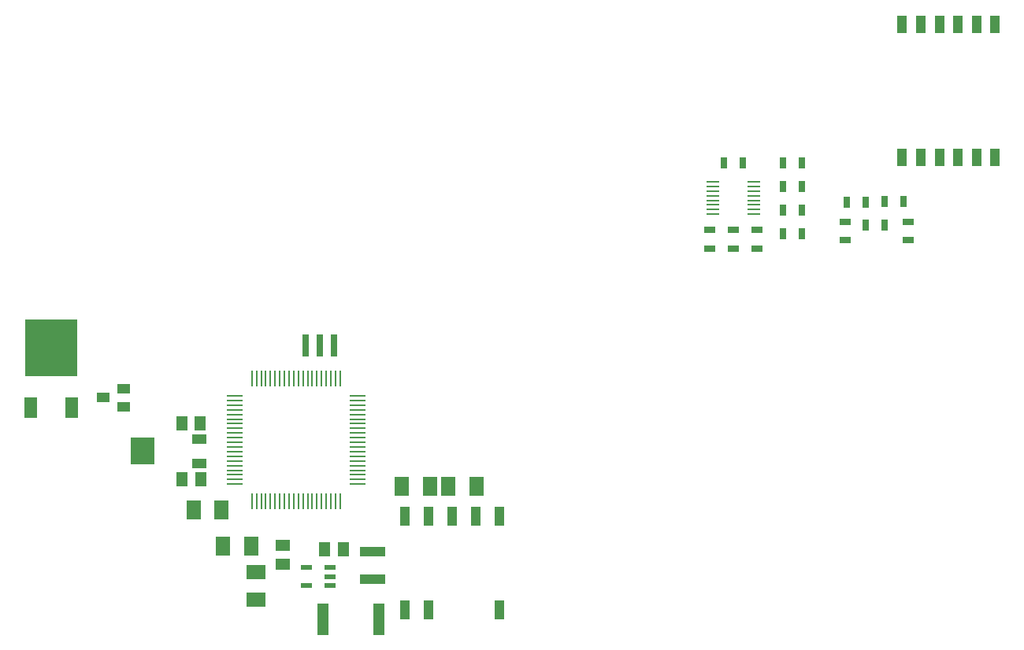
<source format=gbr>
G04 EAGLE Gerber RS-274X export*
G75*
%MOIN*%
%FSLAX24Y24*%
%LPD*%
%INSolderpaste Top*%
%IPPOS*%
%AMOC8*
5,1,8,0,0,1.08239X$1,22.5*%
G01*
%ADD10R,0.078740X0.059055*%
%ADD11R,0.059055X0.078740*%
%ADD12R,0.051181X0.062992*%
%ADD13R,0.098425X0.118110*%
%ADD14R,0.062992X0.039370*%
%ADD15R,0.031496X0.094488*%
%ADD16R,0.066000X0.009000*%
%ADD17R,0.009000X0.066000*%
%ADD18R,0.039370X0.082677*%
%ADD19R,0.048031X0.131890*%
%ADD20R,0.106299X0.044094*%
%ADD21R,0.055118X0.039370*%
%ADD22R,0.224000X0.243000*%
%ADD23R,0.055000X0.090000*%
%ADD24R,0.047244X0.021654*%
%ADD25R,0.062992X0.051181*%
%ADD26R,0.055000X0.009000*%
%ADD27R,0.050000X0.031496*%
%ADD28R,0.031496X0.050000*%
%ADD29R,0.040157X0.074409*%


D10*
X10400Y3621D03*
X10400Y2439D03*
D11*
X9009Y4710D03*
X10191Y4710D03*
X8941Y6240D03*
X7759Y6240D03*
D12*
X7266Y9930D03*
X8054Y9930D03*
X8074Y7540D03*
X7286Y7540D03*
D13*
X5602Y8752D03*
D14*
X8019Y9252D03*
X8019Y8228D03*
D15*
X13100Y13210D03*
X12509Y13210D03*
X13691Y13210D03*
D16*
X9495Y11080D03*
X9495Y10883D03*
X9495Y10686D03*
X9495Y10490D03*
X9495Y10293D03*
X9495Y10096D03*
X9495Y9899D03*
X9495Y9702D03*
X9495Y9505D03*
X9495Y9308D03*
X9495Y9112D03*
X9495Y8915D03*
X9495Y8718D03*
X9495Y8521D03*
X9495Y8324D03*
X9495Y8127D03*
X9495Y7930D03*
X9495Y7734D03*
X9495Y7537D03*
X9495Y7340D03*
D17*
X10230Y6605D03*
X10427Y6605D03*
X10624Y6605D03*
X10820Y6605D03*
X11017Y6605D03*
X11214Y6605D03*
X11411Y6605D03*
X11608Y6605D03*
X11805Y6605D03*
X12002Y6605D03*
X12198Y6605D03*
X12395Y6605D03*
X12592Y6605D03*
X12789Y6605D03*
X12986Y6605D03*
X13183Y6605D03*
X13380Y6605D03*
X13576Y6605D03*
X13773Y6605D03*
X13970Y6605D03*
D16*
X14705Y7340D03*
X14705Y7537D03*
X14705Y7734D03*
X14705Y7930D03*
X14705Y8127D03*
X14705Y8324D03*
X14705Y8521D03*
X14705Y8718D03*
X14705Y8915D03*
X14705Y9112D03*
X14705Y9308D03*
X14705Y9505D03*
X14705Y9702D03*
X14705Y9899D03*
X14705Y10096D03*
X14705Y10293D03*
X14705Y10490D03*
X14705Y10686D03*
X14705Y10883D03*
X14705Y11080D03*
D17*
X13970Y11815D03*
X13773Y11815D03*
X13576Y11815D03*
X13380Y11815D03*
X13183Y11815D03*
X12986Y11815D03*
X12789Y11815D03*
X12592Y11815D03*
X12395Y11815D03*
X12198Y11815D03*
X12002Y11815D03*
X11805Y11815D03*
X11608Y11815D03*
X11411Y11815D03*
X11214Y11815D03*
X11017Y11815D03*
X10820Y11815D03*
X10624Y11815D03*
X10427Y11815D03*
X10230Y11815D03*
D18*
X20700Y5978D03*
X19700Y5978D03*
X17700Y5978D03*
X16700Y5978D03*
X16700Y2002D03*
X17700Y2002D03*
X20700Y2002D03*
X18700Y5978D03*
D11*
X18549Y7250D03*
X19731Y7250D03*
D19*
X15607Y1630D03*
X13253Y1630D03*
D20*
X15340Y3303D03*
X15340Y4477D03*
D21*
X3947Y11000D03*
X4813Y11374D03*
X4813Y10626D03*
D22*
X1750Y13110D03*
D23*
X2600Y10570D03*
X880Y10570D03*
D24*
X13552Y3056D03*
X13552Y3430D03*
X13552Y3804D03*
X12528Y3804D03*
X12528Y3056D03*
D12*
X13306Y4570D03*
X14094Y4570D03*
D25*
X11550Y4744D03*
X11550Y3956D03*
D11*
X16589Y7250D03*
X17771Y7250D03*
D26*
X29740Y20150D03*
X29740Y19953D03*
X29740Y19755D03*
X29740Y19559D03*
X29740Y19361D03*
X29740Y19165D03*
X29740Y18968D03*
X29740Y18770D03*
X31460Y18770D03*
X31460Y18968D03*
X31460Y19165D03*
X31460Y19361D03*
X31460Y19559D03*
X31460Y19755D03*
X31460Y19953D03*
X31460Y20150D03*
D27*
X30600Y17316D03*
X30600Y18104D03*
X29600Y17316D03*
X29600Y18104D03*
D28*
X30206Y20960D03*
X30994Y20960D03*
X32706Y19960D03*
X33494Y19960D03*
X32706Y20960D03*
X33494Y20960D03*
X32706Y18960D03*
X33494Y18960D03*
X33494Y17960D03*
X32706Y17960D03*
D27*
X38000Y18454D03*
X38000Y17666D03*
D28*
X36194Y19290D03*
X35406Y19290D03*
X37794Y19300D03*
X37006Y19300D03*
D27*
X31600Y17316D03*
X31600Y18104D03*
X35350Y17666D03*
X35350Y18454D03*
D28*
X36216Y18310D03*
X37004Y18310D03*
D29*
X37750Y26813D03*
X38537Y26813D03*
X39325Y26813D03*
X40112Y26813D03*
X40900Y26813D03*
X41687Y26813D03*
X41687Y21187D03*
X40900Y21187D03*
X40112Y21187D03*
X39325Y21187D03*
X38537Y21187D03*
X37750Y21187D03*
M02*

</source>
